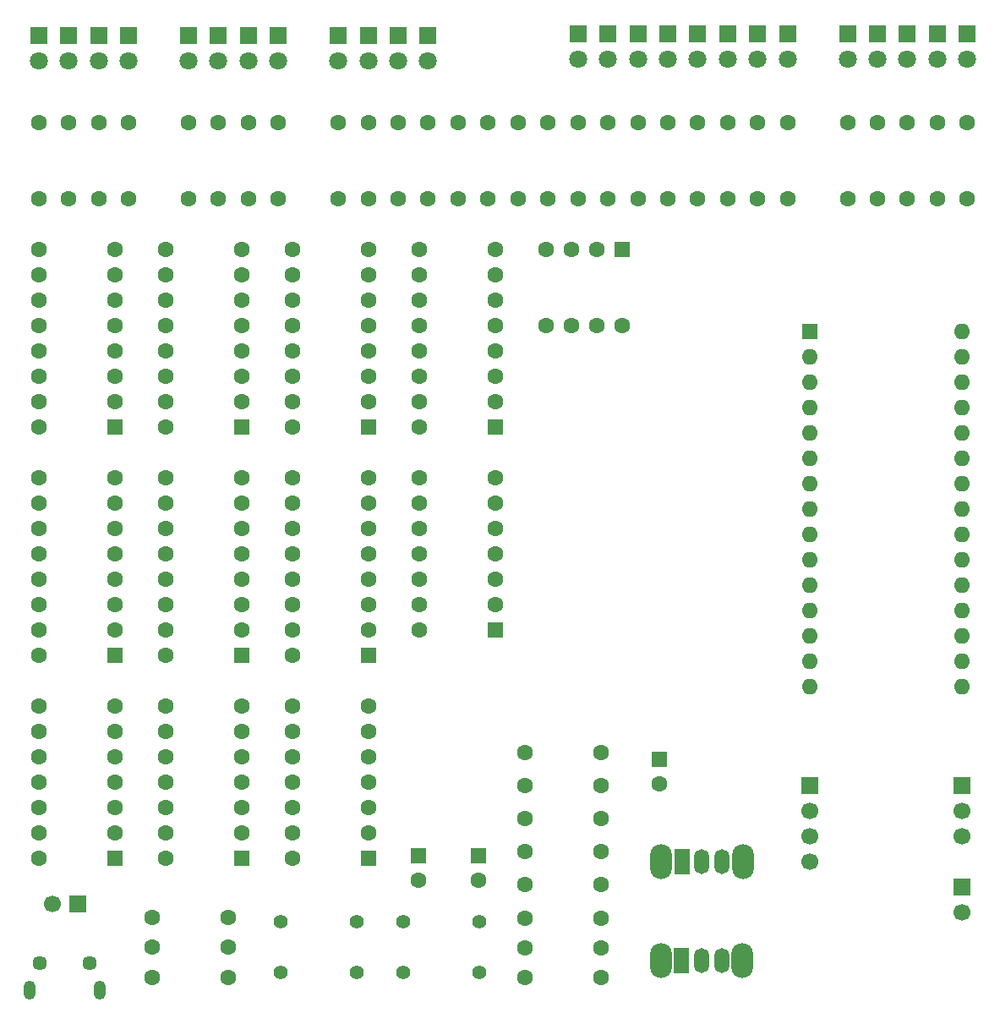
<source format=gbr>
%TF.GenerationSoftware,KiCad,Pcbnew,9.0.5*%
%TF.CreationDate,2025-11-24T22:09:00+00:00*%
%TF.ProjectId,TD4cpuNano,54443463-7075-44e6-916e-6f2e6b696361,rev?*%
%TF.SameCoordinates,Original*%
%TF.FileFunction,Soldermask,Bot*%
%TF.FilePolarity,Negative*%
%FSLAX46Y46*%
G04 Gerber Fmt 4.6, Leading zero omitted, Abs format (unit mm)*
G04 Created by KiCad (PCBNEW 9.0.5) date 2025-11-24 22:09:00*
%MOMM*%
%LPD*%
G01*
G04 APERTURE LIST*
G04 Aperture macros list*
%AMRoundRect*
0 Rectangle with rounded corners*
0 $1 Rounding radius*
0 $2 $3 $4 $5 $6 $7 $8 $9 X,Y pos of 4 corners*
0 Add a 4 corners polygon primitive as box body*
4,1,4,$2,$3,$4,$5,$6,$7,$8,$9,$2,$3,0*
0 Add four circle primitives for the rounded corners*
1,1,$1+$1,$2,$3*
1,1,$1+$1,$4,$5*
1,1,$1+$1,$6,$7*
1,1,$1+$1,$8,$9*
0 Add four rect primitives between the rounded corners*
20,1,$1+$1,$2,$3,$4,$5,0*
20,1,$1+$1,$4,$5,$6,$7,0*
20,1,$1+$1,$6,$7,$8,$9,0*
20,1,$1+$1,$8,$9,$2,$3,0*%
G04 Aperture macros list end*
%ADD10O,2.200000X3.500000*%
%ADD11R,1.500000X2.500000*%
%ADD12O,1.500000X2.500000*%
%ADD13R,1.800000X1.800000*%
%ADD14C,1.800000*%
%ADD15RoundRect,0.250000X0.550000X0.550000X-0.550000X0.550000X-0.550000X-0.550000X0.550000X-0.550000X0*%
%ADD16C,1.600000*%
%ADD17R,1.700000X1.700000*%
%ADD18C,1.700000*%
%ADD19C,1.397000*%
%ADD20RoundRect,0.250000X-0.550000X0.550000X-0.550000X-0.550000X0.550000X-0.550000X0.550000X0.550000X0*%
%ADD21R,1.600000X1.600000*%
%ADD22O,1.600000X1.600000*%
%ADD23O,1.200000X1.900000*%
%ADD24C,1.450000*%
G04 APERTURE END LIST*
D10*
%TO.C,SW3*%
X115788000Y-145542000D03*
X123988000Y-145542000D03*
D11*
X117888000Y-145542000D03*
D12*
X119888000Y-145542000D03*
X121888000Y-145542000D03*
%TD*%
D13*
%TO.C,D16*%
X137500000Y-52705000D03*
D14*
X137500000Y-55245000D03*
%TD*%
D15*
%TO.C,U7*%
X99220000Y-112395000D03*
D16*
X99220000Y-109855000D03*
X99220000Y-107315000D03*
X99220000Y-104775000D03*
X99220000Y-102235000D03*
X99220000Y-99695000D03*
X99220000Y-97155000D03*
X91600000Y-97155000D03*
X91600000Y-99695000D03*
X91600000Y-102235000D03*
X91600000Y-104775000D03*
X91600000Y-107315000D03*
X91600000Y-109855000D03*
X91600000Y-112395000D03*
%TD*%
D10*
%TO.C,SW4*%
X115820000Y-135636000D03*
X124020000Y-135636000D03*
D11*
X117920000Y-135636000D03*
D12*
X119920000Y-135636000D03*
X121920000Y-135636000D03*
%TD*%
D15*
%TO.C,U10*%
X73820000Y-135255000D03*
D16*
X73820000Y-132715000D03*
X73820000Y-130175000D03*
X73820000Y-127635000D03*
X73820000Y-125095000D03*
X73820000Y-122555000D03*
X73820000Y-120015000D03*
X66200000Y-120015000D03*
X66200000Y-122555000D03*
X66200000Y-125095000D03*
X66200000Y-127635000D03*
X66200000Y-130175000D03*
X66200000Y-132715000D03*
X66200000Y-135255000D03*
%TD*%
%TO.C,R1*%
X102235000Y-141272000D03*
X109855000Y-141272000D03*
%TD*%
%TO.C,R4*%
X64897000Y-144193000D03*
X72517000Y-144193000D03*
%TD*%
%TO.C,R27*%
X107500000Y-69215000D03*
X107500000Y-61595000D03*
%TD*%
%TO.C,R39*%
X137500000Y-69215000D03*
X137500000Y-61595000D03*
%TD*%
D13*
%TO.C,D17*%
X134500000Y-52705000D03*
D14*
X134500000Y-55245000D03*
%TD*%
D13*
%TO.C,D4*%
X83500000Y-52880000D03*
D14*
X83500000Y-55420000D03*
%TD*%
D15*
%TO.C,U2*%
X86520000Y-92075000D03*
D16*
X86520000Y-89535000D03*
X86520000Y-86995000D03*
X86520000Y-84455000D03*
X86520000Y-81915000D03*
X86520000Y-79375000D03*
X86520000Y-76835000D03*
X86520000Y-74295000D03*
X78900000Y-74295000D03*
X78900000Y-76835000D03*
X78900000Y-79375000D03*
X78900000Y-81915000D03*
X78900000Y-84455000D03*
X78900000Y-86995000D03*
X78900000Y-89535000D03*
X78900000Y-92075000D03*
%TD*%
D13*
%TO.C,D13*%
X146500000Y-52705000D03*
D14*
X146500000Y-55245000D03*
%TD*%
D13*
%TO.C,D15*%
X140500000Y-52705000D03*
D14*
X140500000Y-55245000D03*
%TD*%
D13*
%TO.C,D133*%
X53500000Y-52880000D03*
D14*
X53500000Y-55420000D03*
%TD*%
D17*
%TO.C,J4*%
X145933000Y-128000000D03*
D18*
X145933000Y-130540000D03*
X145933000Y-133080000D03*
%TD*%
D16*
%TO.C,R19*%
X104500000Y-69215000D03*
X104500000Y-61595000D03*
%TD*%
D13*
%TO.C,D2*%
X89500000Y-52880000D03*
D14*
X89500000Y-55420000D03*
%TD*%
D16*
%TO.C,R35*%
X77500000Y-69215000D03*
X77500000Y-61595000D03*
%TD*%
%TO.C,R14*%
X89500000Y-69215000D03*
X89500000Y-61595000D03*
%TD*%
D15*
%TO.C,U8*%
X61120000Y-114935000D03*
D16*
X61120000Y-112395000D03*
X61120000Y-109855000D03*
X61120000Y-107315000D03*
X61120000Y-104775000D03*
X61120000Y-102235000D03*
X61120000Y-99695000D03*
X61120000Y-97155000D03*
X53500000Y-97155000D03*
X53500000Y-99695000D03*
X53500000Y-102235000D03*
X53500000Y-104775000D03*
X53500000Y-107315000D03*
X53500000Y-109855000D03*
X53500000Y-112395000D03*
X53500000Y-114935000D03*
%TD*%
D19*
%TO.C,SW2*%
X77724000Y-141605000D03*
X85344000Y-141605000D03*
X77724000Y-146685000D03*
X85344000Y-146685000D03*
%TD*%
D15*
%TO.C,U3*%
X86520000Y-135255000D03*
D16*
X86520000Y-132715000D03*
X86520000Y-130175000D03*
X86520000Y-127635000D03*
X86520000Y-125095000D03*
X86520000Y-122555000D03*
X86520000Y-120015000D03*
X78900000Y-120015000D03*
X78900000Y-122555000D03*
X78900000Y-125095000D03*
X78900000Y-127635000D03*
X78900000Y-130175000D03*
X78900000Y-132715000D03*
X78900000Y-135255000D03*
%TD*%
D15*
%TO.C,U5*%
X99220000Y-92075000D03*
D16*
X99220000Y-89535000D03*
X99220000Y-86995000D03*
X99220000Y-84455000D03*
X99220000Y-81915000D03*
X99220000Y-79375000D03*
X99220000Y-76835000D03*
X99220000Y-74295000D03*
X91600000Y-74295000D03*
X91600000Y-76835000D03*
X91600000Y-79375000D03*
X91600000Y-81915000D03*
X91600000Y-84455000D03*
X91600000Y-86995000D03*
X91600000Y-89535000D03*
X91600000Y-92075000D03*
%TD*%
%TO.C,R24*%
X116500000Y-69215000D03*
X116500000Y-61595000D03*
%TD*%
%TO.C,R33*%
X71500000Y-69215000D03*
X71500000Y-61595000D03*
%TD*%
%TO.C,R38*%
X140500000Y-69215000D03*
X140500000Y-61595000D03*
%TD*%
D13*
%TO.C,D136*%
X62500000Y-52880000D03*
D14*
X62500000Y-55420000D03*
%TD*%
D16*
%TO.C,R8*%
X109855000Y-131318000D03*
X102235000Y-131318000D03*
%TD*%
%TO.C,R40*%
X134500000Y-69215000D03*
X134500000Y-61595000D03*
%TD*%
%TO.C,R17*%
X98500000Y-69215000D03*
X98500000Y-61595000D03*
%TD*%
%TO.C,R12*%
X83500000Y-69215000D03*
X83500000Y-61595000D03*
%TD*%
D20*
%TO.C,C2*%
X91500000Y-135000000D03*
D16*
X91500000Y-137500000D03*
%TD*%
D17*
%TO.C,J2*%
X57409000Y-139827000D03*
D18*
X54869000Y-139827000D03*
%TD*%
D13*
%TO.C,D138*%
X71500000Y-52880000D03*
D14*
X71500000Y-55420000D03*
%TD*%
D15*
%TO.C,U4*%
X73820000Y-92075000D03*
D16*
X73820000Y-89535000D03*
X73820000Y-86995000D03*
X73820000Y-84455000D03*
X73820000Y-81915000D03*
X73820000Y-79375000D03*
X73820000Y-76835000D03*
X73820000Y-74295000D03*
X66200000Y-74295000D03*
X66200000Y-76835000D03*
X66200000Y-79375000D03*
X66200000Y-81915000D03*
X66200000Y-84455000D03*
X66200000Y-86995000D03*
X66200000Y-89535000D03*
X66200000Y-92075000D03*
%TD*%
%TO.C,R15*%
X92500000Y-69215000D03*
X92500000Y-61595000D03*
%TD*%
D13*
%TO.C,D3*%
X86500000Y-52880000D03*
D14*
X86500000Y-55420000D03*
%TD*%
D13*
%TO.C,D137*%
X68500000Y-52880000D03*
D14*
X68500000Y-55420000D03*
%TD*%
D13*
%TO.C,D140*%
X77500000Y-52880000D03*
D14*
X77500000Y-55420000D03*
%TD*%
D21*
%TO.C,A1*%
X130693000Y-82550000D03*
D22*
X130693000Y-85090000D03*
X130693000Y-87630000D03*
X130693000Y-90170000D03*
X130693000Y-92710000D03*
X130693000Y-95250000D03*
X130693000Y-97790000D03*
X130693000Y-100330000D03*
X130693000Y-102870000D03*
X130693000Y-105410000D03*
X130693000Y-107950000D03*
X130693000Y-110490000D03*
X130693000Y-113030000D03*
X130693000Y-115570000D03*
X130693000Y-118110000D03*
X145933000Y-118110000D03*
X145933000Y-115570000D03*
X145933000Y-113030000D03*
X145933000Y-110490000D03*
X145933000Y-107950000D03*
X145933000Y-105410000D03*
X145933000Y-102870000D03*
X145933000Y-100330000D03*
X145933000Y-97790000D03*
X145933000Y-95250000D03*
X145933000Y-92710000D03*
X145933000Y-90170000D03*
X145933000Y-87630000D03*
X145933000Y-85090000D03*
X145933000Y-82550000D03*
%TD*%
D15*
%TO.C,U11*%
X86520000Y-114935000D03*
D16*
X86520000Y-112395000D03*
X86520000Y-109855000D03*
X86520000Y-107315000D03*
X86520000Y-104775000D03*
X86520000Y-102235000D03*
X86520000Y-99695000D03*
X86520000Y-97155000D03*
X78900000Y-97155000D03*
X78900000Y-99695000D03*
X78900000Y-102235000D03*
X78900000Y-104775000D03*
X78900000Y-107315000D03*
X78900000Y-109855000D03*
X78900000Y-112395000D03*
X78900000Y-114935000D03*
%TD*%
%TO.C,R22*%
X122500000Y-69215000D03*
X122500000Y-61595000D03*
%TD*%
D13*
%TO.C,D12*%
X107500000Y-52705000D03*
D14*
X107500000Y-55245000D03*
%TD*%
D13*
%TO.C,D14*%
X143500000Y-52705000D03*
D14*
X143500000Y-55245000D03*
%TD*%
D16*
%TO.C,R6*%
X109855000Y-134620000D03*
X102235000Y-134620000D03*
%TD*%
D17*
%TO.C,J3*%
X130693000Y-128000000D03*
D18*
X130693000Y-130540000D03*
X130693000Y-133080000D03*
X130693000Y-135620000D03*
%TD*%
D13*
%TO.C,D11*%
X110500000Y-52705000D03*
D14*
X110500000Y-55245000D03*
%TD*%
D20*
%TO.C,C3*%
X115697000Y-125349000D03*
D16*
X115697000Y-127849000D03*
%TD*%
%TO.C,R3*%
X102235000Y-144272000D03*
X109855000Y-144272000D03*
%TD*%
%TO.C,R37*%
X143500000Y-69215000D03*
X143500000Y-61595000D03*
%TD*%
%TO.C,R5*%
X102235000Y-147272000D03*
X109855000Y-147272000D03*
%TD*%
%TO.C,R16*%
X95500000Y-69215000D03*
X95500000Y-61595000D03*
%TD*%
%TO.C,R25*%
X113500000Y-69215000D03*
X113500000Y-61595000D03*
%TD*%
D13*
%TO.C,D1*%
X92500000Y-52880000D03*
D14*
X92500000Y-55420000D03*
%TD*%
D16*
%TO.C,R36*%
X146500000Y-69215000D03*
X146500000Y-61595000D03*
%TD*%
D20*
%TO.C,C1*%
X97500000Y-135000000D03*
D16*
X97500000Y-137500000D03*
%TD*%
%TO.C,R28*%
X53500000Y-69215000D03*
X53500000Y-61595000D03*
%TD*%
%TO.C,R11*%
X102235000Y-124714000D03*
X109855000Y-124714000D03*
%TD*%
%TO.C,R9*%
X109855000Y-137922000D03*
X102235000Y-137922000D03*
%TD*%
%TO.C,R30*%
X59500000Y-69215000D03*
X59500000Y-61595000D03*
%TD*%
%TO.C,R10*%
X102235000Y-128016000D03*
X109855000Y-128016000D03*
%TD*%
D13*
%TO.C,D7*%
X122500000Y-52705000D03*
D14*
X122500000Y-55245000D03*
%TD*%
D16*
%TO.C,R2*%
X64897000Y-147193000D03*
X72517000Y-147193000D03*
%TD*%
%TO.C,R34*%
X74500000Y-69215000D03*
X74500000Y-61595000D03*
%TD*%
D15*
%TO.C,U9*%
X73820000Y-114935000D03*
D16*
X73820000Y-112395000D03*
X73820000Y-109855000D03*
X73820000Y-107315000D03*
X73820000Y-104775000D03*
X73820000Y-102235000D03*
X73820000Y-99695000D03*
X73820000Y-97155000D03*
X66200000Y-97155000D03*
X66200000Y-99695000D03*
X66200000Y-102235000D03*
X66200000Y-104775000D03*
X66200000Y-107315000D03*
X66200000Y-109855000D03*
X66200000Y-112395000D03*
X66200000Y-114935000D03*
%TD*%
D15*
%TO.C,U1*%
X61120000Y-92075000D03*
D16*
X61120000Y-89535000D03*
X61120000Y-86995000D03*
X61120000Y-84455000D03*
X61120000Y-81915000D03*
X61120000Y-79375000D03*
X61120000Y-76835000D03*
X61120000Y-74295000D03*
X53500000Y-74295000D03*
X53500000Y-76835000D03*
X53500000Y-79375000D03*
X53500000Y-81915000D03*
X53500000Y-84455000D03*
X53500000Y-86995000D03*
X53500000Y-89535000D03*
X53500000Y-92075000D03*
%TD*%
D13*
%TO.C,D5*%
X128500000Y-52705000D03*
D14*
X128500000Y-55245000D03*
%TD*%
D15*
%TO.C,U6*%
X61120000Y-135255000D03*
D16*
X61120000Y-132715000D03*
X61120000Y-130175000D03*
X61120000Y-127635000D03*
X61120000Y-125095000D03*
X61120000Y-122555000D03*
X61120000Y-120015000D03*
X53500000Y-120015000D03*
X53500000Y-122555000D03*
X53500000Y-125095000D03*
X53500000Y-127635000D03*
X53500000Y-130175000D03*
X53500000Y-132715000D03*
X53500000Y-135255000D03*
%TD*%
D19*
%TO.C,SW1*%
X90043000Y-141605000D03*
X97663000Y-141605000D03*
X90043000Y-146685000D03*
X97663000Y-146685000D03*
%TD*%
D20*
%TO.C,SW5*%
X111920000Y-74295000D03*
D16*
X109380000Y-74295000D03*
X106840000Y-74295000D03*
X104300000Y-74295000D03*
X104300000Y-81915000D03*
X106840000Y-81915000D03*
X109380000Y-81915000D03*
X111920000Y-81915000D03*
%TD*%
%TO.C,R32*%
X68500000Y-69215000D03*
X68500000Y-61595000D03*
%TD*%
%TO.C,R13*%
X86500000Y-69215000D03*
X86500000Y-61595000D03*
%TD*%
%TO.C,R21*%
X125500000Y-69215000D03*
X125500000Y-61595000D03*
%TD*%
D13*
%TO.C,D10*%
X113500000Y-52705000D03*
D14*
X113500000Y-55245000D03*
%TD*%
D13*
%TO.C,D134*%
X56500000Y-52880000D03*
D14*
X56500000Y-55420000D03*
%TD*%
D16*
%TO.C,R20*%
X128500000Y-69215000D03*
X128500000Y-61595000D03*
%TD*%
%TO.C,R18*%
X101500000Y-69215000D03*
X101500000Y-61595000D03*
%TD*%
D13*
%TO.C,D139*%
X74500000Y-52880000D03*
D14*
X74500000Y-55420000D03*
%TD*%
D13*
%TO.C,D9*%
X116500000Y-52705000D03*
D14*
X116500000Y-55245000D03*
%TD*%
D16*
%TO.C,R7*%
X64897000Y-141193000D03*
X72517000Y-141193000D03*
%TD*%
%TO.C,R23*%
X119500000Y-69215000D03*
X119500000Y-61595000D03*
%TD*%
D13*
%TO.C,D6*%
X125500000Y-52705000D03*
D14*
X125500000Y-55245000D03*
%TD*%
D13*
%TO.C,D8*%
X119500000Y-52705000D03*
D14*
X119500000Y-55245000D03*
%TD*%
D16*
%TO.C,R26*%
X110500000Y-69215000D03*
X110500000Y-61595000D03*
%TD*%
D17*
%TO.C,J5*%
X145933000Y-138160000D03*
D18*
X145933000Y-140700000D03*
%TD*%
D23*
%TO.C,J1*%
X52604000Y-148496000D03*
D24*
X53604000Y-145796000D03*
X58604000Y-145796000D03*
D23*
X59604000Y-148496000D03*
%TD*%
D13*
%TO.C,D135*%
X59500000Y-52880000D03*
D14*
X59500000Y-55420000D03*
%TD*%
D16*
%TO.C,R29*%
X56500000Y-69215000D03*
X56500000Y-61595000D03*
%TD*%
%TO.C,R31*%
X62500000Y-69215000D03*
X62500000Y-61595000D03*
%TD*%
M02*

</source>
